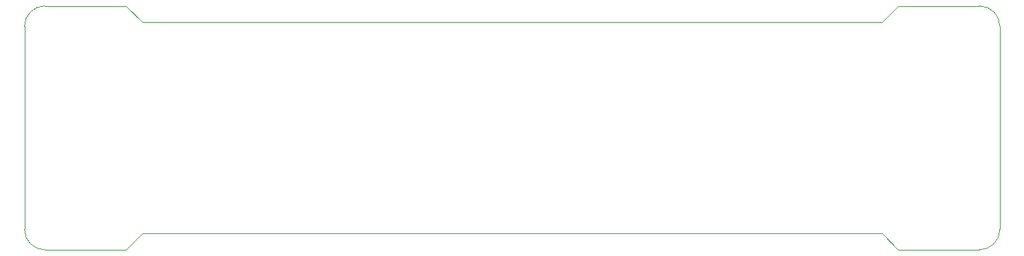
<source format=gbr>
%TF.GenerationSoftware,Altium Limited,Altium Designer,22.7.1 (60)*%
G04 Layer_Color=0*
%FSLAX43Y43*%
%MOMM*%
%TF.SameCoordinates,440D4EDA-C43D-4E66-B479-6B8574177269*%
%TF.FilePolarity,Positive*%
%TF.FileFunction,Profile,NP*%
%TF.Part,Single*%
G01*
G75*
%TA.AperFunction,Profile*%
%ADD59C,0.025*%
D59*
X2500Y0D02*
X12500D01*
X14500Y2000D01*
X105500Y2000D01*
X107500Y0D01*
X117500D01*
D02*
G03*
X120000Y2500I0J2500D01*
G01*
Y27500D01*
D02*
G03*
X117500Y30000I-2500J-0D01*
G01*
X107500D01*
X105500Y28000D01*
X14500Y28000D01*
X12500Y30000D01*
X2500D01*
D02*
G03*
X0Y27500I0J-2500D01*
G01*
Y2500D01*
D02*
G03*
X2500Y0I2500J0D01*
G01*
%TF.MD5,ebd15903d6e329163d5b647adf665260*%
M02*

</source>
